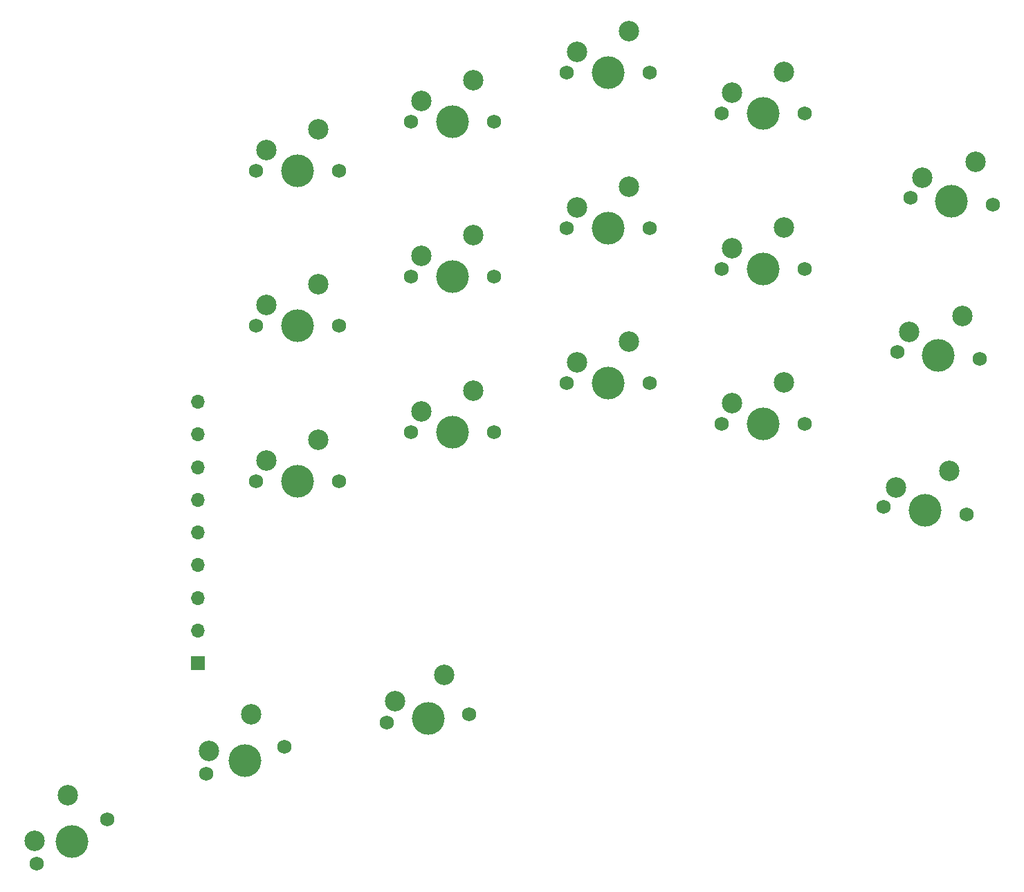
<source format=gbr>
%TF.GenerationSoftware,KiCad,Pcbnew,7.0.7*%
%TF.CreationDate,2023-09-27T07:48:00-06:00*%
%TF.ProjectId,keyboard - right,6b657962-6f61-4726-9420-2d2072696768,rev?*%
%TF.SameCoordinates,Original*%
%TF.FileFunction,Soldermask,Bot*%
%TF.FilePolarity,Negative*%
%FSLAX46Y46*%
G04 Gerber Fmt 4.6, Leading zero omitted, Abs format (unit mm)*
G04 Created by KiCad (PCBNEW 7.0.7) date 2023-09-27 07:48:00*
%MOMM*%
%LPD*%
G01*
G04 APERTURE LIST*
%ADD10C,1.750000*%
%ADD11C,4.000000*%
%ADD12C,2.500000*%
%ADD13R,1.700000X1.700000*%
%ADD14O,1.700000X1.700000*%
G04 APERTURE END LIST*
D10*
%TO.C,S31*%
X245375964Y-94699079D03*
D11*
X250455964Y-94699079D03*
D10*
X255535964Y-94699079D03*
D12*
X246645964Y-92159079D03*
X252995964Y-89619079D03*
%TD*%
D10*
%TO.C,S22*%
X207375964Y-57699079D03*
D11*
X212455964Y-57699079D03*
D10*
X217535964Y-57699079D03*
D12*
X208645964Y-55159079D03*
X214995964Y-52619079D03*
%TD*%
D10*
%TO.C,S25*%
X226375964Y-51699079D03*
D11*
X231455964Y-51699079D03*
D10*
X236535964Y-51699079D03*
D12*
X227645964Y-49159079D03*
X233995964Y-46619079D03*
%TD*%
D10*
%TO.C,S28*%
X161571771Y-148533594D03*
D11*
X165879855Y-145841604D03*
D10*
X170187939Y-143149614D03*
D12*
X161302797Y-145706554D03*
X165341907Y-140187525D03*
%TD*%
D10*
%TO.C,S34*%
X266839453Y-85871322D03*
D11*
X271900122Y-86314073D03*
D10*
X276960791Y-86756824D03*
D12*
X268325996Y-83451675D03*
X274873208Y-81474780D03*
%TD*%
D10*
%TO.C,S23*%
X207375964Y-76699079D03*
D11*
X212455964Y-76699079D03*
D10*
X217535964Y-76699079D03*
D12*
X208645964Y-74159079D03*
X214995964Y-71619079D03*
%TD*%
D10*
%TO.C,S30*%
X245375964Y-75699079D03*
D11*
X250455964Y-75699079D03*
D10*
X255535964Y-75699079D03*
D12*
X246645964Y-73159079D03*
X252995964Y-70619079D03*
%TD*%
D10*
%TO.C,S19*%
X188375962Y-63699079D03*
D11*
X193455962Y-63699079D03*
D10*
X198535962Y-63699079D03*
D12*
X189645962Y-61159079D03*
X195995962Y-58619079D03*
%TD*%
D10*
%TO.C,S26*%
X226375964Y-70699079D03*
D11*
X231455964Y-70699079D03*
D10*
X236535964Y-70699079D03*
D12*
X227645964Y-68159079D03*
X233995964Y-65619079D03*
%TD*%
D10*
%TO.C,S21*%
X188375962Y-101699079D03*
D11*
X193455962Y-101699079D03*
D10*
X198535962Y-101699079D03*
D12*
X189645962Y-99159079D03*
X195995962Y-96619079D03*
%TD*%
D10*
%TO.C,S32*%
X182260109Y-137557880D03*
D11*
X187063343Y-135903994D03*
D10*
X191866577Y-134250108D03*
D12*
X182633974Y-134742791D03*
X187811074Y-130273817D03*
%TD*%
D10*
%TO.C,S27*%
X226375964Y-89699079D03*
D11*
X231455964Y-89699079D03*
D10*
X236535964Y-89699079D03*
D12*
X227645964Y-87159079D03*
X233995964Y-84619079D03*
%TD*%
D10*
%TO.C,S35*%
X265191437Y-104868741D03*
D11*
X270252106Y-105311492D03*
D10*
X275312775Y-105754243D03*
D12*
X266677980Y-102449094D03*
X273225192Y-100472199D03*
%TD*%
D10*
%TO.C,S20*%
X188375962Y-82699079D03*
D11*
X193455962Y-82699079D03*
D10*
X198535962Y-82699079D03*
D12*
X189645962Y-80159079D03*
X195995962Y-77619079D03*
%TD*%
D10*
%TO.C,S29*%
X245375964Y-56699079D03*
D11*
X250455964Y-56699079D03*
D10*
X255535964Y-56699079D03*
D12*
X246645964Y-54159079D03*
X252995964Y-51619079D03*
%TD*%
D10*
%TO.C,S33*%
X268448678Y-66965221D03*
D11*
X273509347Y-67407972D03*
D10*
X278570016Y-67850723D03*
D12*
X269935221Y-64545574D03*
X276482433Y-62568679D03*
%TD*%
D10*
%TO.C,S36*%
X204408860Y-131279606D03*
D11*
X209461031Y-130748601D03*
D10*
X214513202Y-130217596D03*
D12*
X205406400Y-128620769D03*
X211456112Y-125430927D03*
%TD*%
D10*
%TO.C,S24*%
X207375964Y-95699079D03*
D11*
X212455964Y-95699079D03*
D10*
X217535964Y-95699079D03*
D12*
X208645964Y-93159079D03*
X214995964Y-90619079D03*
%TD*%
D13*
%TO.C,J2*%
X181275976Y-124000000D03*
D14*
X181275976Y-120000000D03*
X181275976Y-116000000D03*
X181275976Y-112000000D03*
X181275976Y-108000000D03*
X181275976Y-104000000D03*
X181275976Y-100000000D03*
X181275976Y-96000000D03*
X181275976Y-92000000D03*
%TD*%
M02*

</source>
